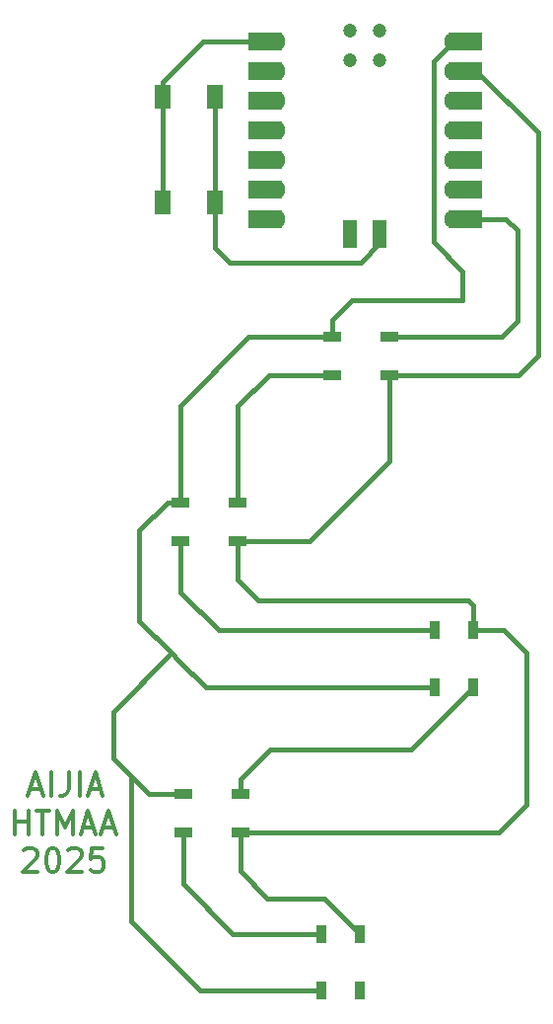
<source format=gbr>
%TF.GenerationSoftware,KiCad,Pcbnew,9.0.5*%
%TF.CreationDate,2025-10-14T17:54:41-04:00*%
%TF.ProjectId,week6,7765656b-362e-46b6-9963-61645f706362,rev?*%
%TF.SameCoordinates,Original*%
%TF.FileFunction,Copper,L1,Top*%
%TF.FilePolarity,Positive*%
%FSLAX46Y46*%
G04 Gerber Fmt 4.6, Leading zero omitted, Abs format (unit mm)*
G04 Created by KiCad (PCBNEW 9.0.5) date 2025-10-14 17:54:41*
%MOMM*%
%LPD*%
G01*
G04 APERTURE LIST*
%ADD10C,0.300000*%
%TA.AperFunction,NonConductor*%
%ADD11C,0.300000*%
%TD*%
%TA.AperFunction,SMDPad,CuDef*%
%ADD12R,1.400000X2.100000*%
%TD*%
%TA.AperFunction,SMDPad,CuDef*%
%ADD13R,0.900000X1.500000*%
%TD*%
%TA.AperFunction,SMDPad,CuDef*%
%ADD14C,1.200000*%
%TD*%
%TA.AperFunction,SMDPad,CuDef*%
%ADD15R,1.200000X2.400000*%
%TD*%
%TA.AperFunction,SMDPad,CuDef*%
%ADD16R,3.000000X1.600000*%
%TD*%
%TA.AperFunction,ComponentPad*%
%ADD17C,1.600000*%
%TD*%
%TA.AperFunction,SMDPad,CuDef*%
%ADD18R,1.500000X0.900000*%
%TD*%
%TA.AperFunction,Conductor*%
%ADD19C,0.400000*%
%TD*%
G04 APERTURE END LIST*
D10*
D11*
X119059523Y-113019750D02*
X119059523Y-111019750D01*
X119059523Y-111972131D02*
X120202380Y-111972131D01*
X120202380Y-113019750D02*
X120202380Y-111019750D01*
X120869047Y-111019750D02*
X122011904Y-111019750D01*
X121440475Y-113019750D02*
X121440475Y-111019750D01*
X122678571Y-113019750D02*
X122678571Y-111019750D01*
X122678571Y-111019750D02*
X123345238Y-112448321D01*
X123345238Y-112448321D02*
X124011904Y-111019750D01*
X124011904Y-111019750D02*
X124011904Y-113019750D01*
X124869047Y-112448321D02*
X125821428Y-112448321D01*
X124678571Y-113019750D02*
X125345237Y-111019750D01*
X125345237Y-111019750D02*
X126011904Y-113019750D01*
X126583333Y-112448321D02*
X127535714Y-112448321D01*
X126392857Y-113019750D02*
X127059523Y-111019750D01*
X127059523Y-111019750D02*
X127726190Y-113019750D01*
X119821428Y-114430114D02*
X119916666Y-114334876D01*
X119916666Y-114334876D02*
X120107142Y-114239638D01*
X120107142Y-114239638D02*
X120583333Y-114239638D01*
X120583333Y-114239638D02*
X120773809Y-114334876D01*
X120773809Y-114334876D02*
X120869047Y-114430114D01*
X120869047Y-114430114D02*
X120964285Y-114620590D01*
X120964285Y-114620590D02*
X120964285Y-114811066D01*
X120964285Y-114811066D02*
X120869047Y-115096780D01*
X120869047Y-115096780D02*
X119726190Y-116239638D01*
X119726190Y-116239638D02*
X120964285Y-116239638D01*
X122202380Y-114239638D02*
X122392857Y-114239638D01*
X122392857Y-114239638D02*
X122583333Y-114334876D01*
X122583333Y-114334876D02*
X122678571Y-114430114D01*
X122678571Y-114430114D02*
X122773809Y-114620590D01*
X122773809Y-114620590D02*
X122869047Y-115001542D01*
X122869047Y-115001542D02*
X122869047Y-115477733D01*
X122869047Y-115477733D02*
X122773809Y-115858685D01*
X122773809Y-115858685D02*
X122678571Y-116049161D01*
X122678571Y-116049161D02*
X122583333Y-116144400D01*
X122583333Y-116144400D02*
X122392857Y-116239638D01*
X122392857Y-116239638D02*
X122202380Y-116239638D01*
X122202380Y-116239638D02*
X122011904Y-116144400D01*
X122011904Y-116144400D02*
X121916666Y-116049161D01*
X121916666Y-116049161D02*
X121821428Y-115858685D01*
X121821428Y-115858685D02*
X121726190Y-115477733D01*
X121726190Y-115477733D02*
X121726190Y-115001542D01*
X121726190Y-115001542D02*
X121821428Y-114620590D01*
X121821428Y-114620590D02*
X121916666Y-114430114D01*
X121916666Y-114430114D02*
X122011904Y-114334876D01*
X122011904Y-114334876D02*
X122202380Y-114239638D01*
X123630952Y-114430114D02*
X123726190Y-114334876D01*
X123726190Y-114334876D02*
X123916666Y-114239638D01*
X123916666Y-114239638D02*
X124392857Y-114239638D01*
X124392857Y-114239638D02*
X124583333Y-114334876D01*
X124583333Y-114334876D02*
X124678571Y-114430114D01*
X124678571Y-114430114D02*
X124773809Y-114620590D01*
X124773809Y-114620590D02*
X124773809Y-114811066D01*
X124773809Y-114811066D02*
X124678571Y-115096780D01*
X124678571Y-115096780D02*
X123535714Y-116239638D01*
X123535714Y-116239638D02*
X124773809Y-116239638D01*
X126583333Y-114239638D02*
X125630952Y-114239638D01*
X125630952Y-114239638D02*
X125535714Y-115192019D01*
X125535714Y-115192019D02*
X125630952Y-115096780D01*
X125630952Y-115096780D02*
X125821428Y-115001542D01*
X125821428Y-115001542D02*
X126297619Y-115001542D01*
X126297619Y-115001542D02*
X126488095Y-115096780D01*
X126488095Y-115096780D02*
X126583333Y-115192019D01*
X126583333Y-115192019D02*
X126678571Y-115382495D01*
X126678571Y-115382495D02*
X126678571Y-115858685D01*
X126678571Y-115858685D02*
X126583333Y-116049161D01*
X126583333Y-116049161D02*
X126488095Y-116144400D01*
X126488095Y-116144400D02*
X126297619Y-116239638D01*
X126297619Y-116239638D02*
X125821428Y-116239638D01*
X125821428Y-116239638D02*
X125630952Y-116144400D01*
X125630952Y-116144400D02*
X125535714Y-116049161D01*
D10*
D11*
X120328320Y-109168209D02*
X121280701Y-109168209D01*
X120137844Y-109739638D02*
X120804510Y-107739638D01*
X120804510Y-107739638D02*
X121471177Y-109739638D01*
X122137844Y-109739638D02*
X122137844Y-107739638D01*
X123661654Y-107739638D02*
X123661654Y-109168209D01*
X123661654Y-109168209D02*
X123566415Y-109453923D01*
X123566415Y-109453923D02*
X123375939Y-109644400D01*
X123375939Y-109644400D02*
X123090225Y-109739638D01*
X123090225Y-109739638D02*
X122899749Y-109739638D01*
X124614035Y-109739638D02*
X124614035Y-107739638D01*
X125471178Y-109168209D02*
X126423559Y-109168209D01*
X125280702Y-109739638D02*
X125947368Y-107739638D01*
X125947368Y-107739638D02*
X126614035Y-109739638D01*
D12*
%TO.P,SW1,1*%
%TO.N,/D0*%
X131750000Y-58850000D03*
%TO.P,SW1,2*%
X131750000Y-49750000D03*
%TO.P,SW1,3*%
%TO.N,/GND_LOW*%
X136250000Y-58850000D03*
%TO.P,SW1,4*%
X136250000Y-49750000D03*
%TD*%
D13*
%TO.P,U3,4,DIN*%
%TO.N,/OUT2*%
X155100000Y-95550000D03*
%TO.P,U3,3,VSS*%
%TO.N,/GND*%
X158400000Y-95550000D03*
%TO.P,U3,2,DOUT*%
%TO.N,/OUT3*%
X158400000Y-100450000D03*
%TO.P,U3,1,VDD*%
%TO.N,/5V*%
X155100000Y-100450000D03*
%TD*%
D14*
%TO.P,M1,20,SWCLK*%
%TO.N,unconnected-(M1-SWCLK-Pad20)*%
X150400000Y-44130000D03*
%TO.P,M1,19,GND*%
%TO.N,unconnected-(M1-GND-Pad19)*%
X150400000Y-46670000D03*
%TO.P,M1,18,RESET*%
%TO.N,unconnected-(M1-RESET-Pad18)*%
X147860000Y-46670000D03*
%TO.P,M1,17,SWDIO*%
%TO.N,unconnected-(M1-SWDIO-Pad17)*%
X147860000Y-44130000D03*
D15*
%TO.P,M1,16,VIN*%
%TO.N,unconnected-(M1-VIN-Pad16)*%
X147865000Y-61520000D03*
%TO.P,M1,15,GND*%
%TO.N,/GND_LOW*%
X150405000Y-61520000D03*
D16*
%TO.P,M1,14,5V*%
%TO.N,/5V*%
X157750000Y-45010000D03*
D17*
X156750000Y-45010000D03*
D16*
%TO.P,M1,13,GND*%
%TO.N,/GND*%
X157750000Y-47550000D03*
D17*
X156750000Y-47550000D03*
D16*
%TO.P,M1,12,3V3*%
%TO.N,unconnected-(M1-3V3-Pad12)*%
X157750000Y-50090000D03*
D17*
X156750000Y-50090000D03*
D16*
%TO.P,M1,11,D10*%
%TO.N,unconnected-(M1-D10-Pad11)*%
X157750000Y-52630000D03*
D17*
X156750000Y-52630000D03*
D16*
%TO.P,M1,10,D9*%
%TO.N,unconnected-(M1-D9-Pad10)*%
X157750000Y-55170000D03*
D17*
X156750000Y-55170000D03*
D16*
%TO.P,M1,9,D8*%
%TO.N,unconnected-(M1-D8-Pad9)*%
X157750000Y-57710000D03*
D17*
X156750000Y-57710000D03*
D16*
%TO.P,M1,8,D7*%
%TO.N,/D7*%
X157750000Y-60250000D03*
D17*
X156750000Y-60250000D03*
D16*
%TO.P,M1,7,D6*%
%TO.N,/D6*%
X140515000Y-60250000D03*
D17*
X141515000Y-60250000D03*
D16*
%TO.P,M1,6,D5*%
%TO.N,unconnected-(M1-D5-Pad6)*%
X140515000Y-57710000D03*
D17*
X141515000Y-57710000D03*
D16*
%TO.P,M1,5,D4*%
%TO.N,unconnected-(M1-D4-Pad5)*%
X140515000Y-55170000D03*
D17*
X141515000Y-55170000D03*
D16*
%TO.P,M1,4,D3*%
%TO.N,unconnected-(M1-D3-Pad4)*%
X140515000Y-52630000D03*
D17*
X141515000Y-52630000D03*
D16*
%TO.P,M1,3,D2*%
%TO.N,unconnected-(M1-D2-Pad3)*%
X140515000Y-50090000D03*
D17*
X141515000Y-50090000D03*
D16*
%TO.P,M1,2,D1*%
%TO.N,/D1*%
X140515000Y-47550000D03*
D17*
X141515000Y-47550000D03*
D16*
%TO.P,M1,1,D0*%
%TO.N,/D0*%
X140515000Y-45010000D03*
D17*
X141515000Y-45010000D03*
%TD*%
D18*
%TO.P,U1,3,VSS*%
%TO.N,/GND*%
X151200000Y-73650000D03*
%TO.P,U1,2,DOUT*%
%TO.N,/OUT1*%
X146300000Y-73650000D03*
%TO.P,U1,1,VDD*%
%TO.N,/5V*%
X146300000Y-70350000D03*
%TO.P,U1,4,DIN*%
%TO.N,/D7*%
X151200000Y-70350000D03*
%TD*%
%TO.P,U2,4,DIN*%
%TO.N,/OUT1*%
X138200000Y-84600000D03*
%TO.P,U2,3,VSS*%
%TO.N,/GND*%
X138200000Y-87900000D03*
%TO.P,U2,2,DOUT*%
%TO.N,/OUT2*%
X133300000Y-87900000D03*
%TO.P,U2,1,VDD*%
%TO.N,/5V*%
X133300000Y-84600000D03*
%TD*%
D13*
%TO.P,U5,1,VDD*%
%TO.N,/5V*%
X145350000Y-126450000D03*
%TO.P,U5,2,DOUT*%
%TO.N,unconnected-(U5-DOUT-Pad2)*%
X148650000Y-126450000D03*
%TO.P,U5,3,VSS*%
%TO.N,/GND*%
X148650000Y-121550000D03*
%TO.P,U5,4,DIN*%
%TO.N,/OUT4*%
X145350000Y-121550000D03*
%TD*%
D18*
%TO.P,U4,1,VDD*%
%TO.N,/5V*%
X133550000Y-109600000D03*
%TO.P,U4,2,DOUT*%
%TO.N,/OUT4*%
X133550000Y-112900000D03*
%TO.P,U4,3,VSS*%
%TO.N,/GND*%
X138450000Y-112900000D03*
%TO.P,U4,4,DIN*%
%TO.N,/OUT3*%
X138450000Y-109600000D03*
%TD*%
D19*
%TO.N,/5V*%
X128625000Y-107625000D02*
X129000000Y-108000000D01*
X145350000Y-126450000D02*
X134950000Y-126450000D01*
X134950000Y-126450000D02*
X129000000Y-120500000D01*
X129000000Y-120500000D02*
X129000000Y-108000000D01*
%TO.N,/GND_LOW*%
X136250000Y-49750000D02*
X136250000Y-58850000D01*
%TO.N,/D0*%
X131750000Y-49750000D02*
X131750000Y-58850000D01*
X141515000Y-45010000D02*
X135240000Y-45010000D01*
X135240000Y-45010000D02*
X131750000Y-48500000D01*
X131750000Y-48500000D02*
X131750000Y-49750000D01*
%TO.N,/GND_LOW*%
X137500000Y-64000000D02*
X148750000Y-64000000D01*
X136250000Y-58850000D02*
X136250000Y-62750000D01*
X136250000Y-62750000D02*
X137500000Y-64000000D01*
X148750000Y-64000000D02*
X150405000Y-62345000D01*
X150405000Y-62345000D02*
X150405000Y-61520000D01*
%TO.N,/5V*%
X156750000Y-45010000D02*
X155000000Y-46760000D01*
X155000000Y-46760000D02*
X155000000Y-62250000D01*
X157500000Y-67250000D02*
X148000000Y-67250000D01*
X148000000Y-67250000D02*
X146300000Y-68950000D01*
X155000000Y-62250000D02*
X157500000Y-64750000D01*
X157500000Y-64750000D02*
X157500000Y-67250000D01*
X146300000Y-68950000D02*
X146300000Y-70350000D01*
%TO.N,/GND*%
X138450000Y-116200000D02*
X140750000Y-118500000D01*
X138450000Y-112900000D02*
X138450000Y-116200000D01*
X140750000Y-118500000D02*
X145600000Y-118500000D01*
X145600000Y-118500000D02*
X148650000Y-121550000D01*
%TO.N,/OUT4*%
X133550000Y-112900000D02*
X133550000Y-117300000D01*
X133550000Y-117300000D02*
X137800000Y-121550000D01*
X137800000Y-121550000D02*
X145350000Y-121550000D01*
%TO.N,/5V*%
X127500000Y-106500000D02*
X128625000Y-107625000D01*
X129000000Y-108000000D02*
X130600000Y-109600000D01*
%TO.N,/GND*%
X158400000Y-95550000D02*
X161050000Y-95550000D01*
X161050000Y-95550000D02*
X163000000Y-97500000D01*
X163000000Y-97500000D02*
X163000000Y-110500000D01*
X163000000Y-110500000D02*
X160600000Y-112900000D01*
X160600000Y-112900000D02*
X138450000Y-112900000D01*
%TO.N,/5V*%
X132500000Y-97500000D02*
X133125000Y-98125000D01*
X132500000Y-97500000D02*
X127500000Y-102500000D01*
X127500000Y-102500000D02*
X127500000Y-106500000D01*
X130600000Y-109600000D02*
X133550000Y-109600000D01*
X129750000Y-94750000D02*
X132500000Y-97500000D01*
%TO.N,/OUT3*%
X153100000Y-105750000D02*
X141000000Y-105750000D01*
X158400000Y-100450000D02*
X153100000Y-105750000D01*
X141000000Y-105750000D02*
X138450000Y-108300000D01*
X138450000Y-108300000D02*
X138450000Y-109600000D01*
%TO.N,/5V*%
X133125000Y-98125000D02*
X135450000Y-100450000D01*
%TO.N,/GND*%
X138200000Y-87900000D02*
X138200000Y-91200000D01*
X158000000Y-93000000D02*
X158400000Y-93400000D01*
X138200000Y-91200000D02*
X140000000Y-93000000D01*
X140000000Y-93000000D02*
X158000000Y-93000000D01*
X158400000Y-93400000D02*
X158400000Y-95550000D01*
%TO.N,/OUT2*%
X133300000Y-87900000D02*
X133300000Y-92300000D01*
X133300000Y-92300000D02*
X136550000Y-95550000D01*
X136550000Y-95550000D02*
X155100000Y-95550000D01*
%TO.N,/5V*%
X133300000Y-84600000D02*
X132150000Y-84600000D01*
X135450000Y-100450000D02*
X155100000Y-100450000D01*
X129750000Y-87000000D02*
X129750000Y-94750000D01*
X132150000Y-84600000D02*
X129750000Y-87000000D01*
%TO.N,/OUT1*%
X146300000Y-73650000D02*
X140850000Y-73650000D01*
X140850000Y-73650000D02*
X138200000Y-76300000D01*
X138200000Y-76300000D02*
X138200000Y-84600000D01*
%TO.N,/GND*%
X138200000Y-87900000D02*
X144350000Y-87900000D01*
X144350000Y-87900000D02*
X151200000Y-81050000D01*
X151200000Y-81050000D02*
X151200000Y-73650000D01*
%TO.N,/5V*%
X139150000Y-70350000D02*
X133250000Y-76250000D01*
X133300000Y-76300000D02*
X133300000Y-84600000D01*
X146300000Y-70350000D02*
X139150000Y-70350000D01*
X133250000Y-76250000D02*
X133300000Y-76300000D01*
%TO.N,/GND*%
X151200000Y-73650000D02*
X162350000Y-73650000D01*
X162350000Y-73650000D02*
X164000000Y-72000000D01*
X164000000Y-72000000D02*
X164000000Y-52838000D01*
X164000000Y-52838000D02*
X158712000Y-47550000D01*
X158712000Y-47550000D02*
X156750000Y-47550000D01*
%TO.N,/D7*%
X151200000Y-70350000D02*
X160900000Y-70350000D01*
X161250000Y-60250000D02*
X156750000Y-60250000D01*
X160900000Y-70350000D02*
X162250000Y-69000000D01*
X162250000Y-69000000D02*
X162250000Y-61250000D01*
X162250000Y-61250000D02*
X161250000Y-60250000D01*
%TD*%
M02*

</source>
